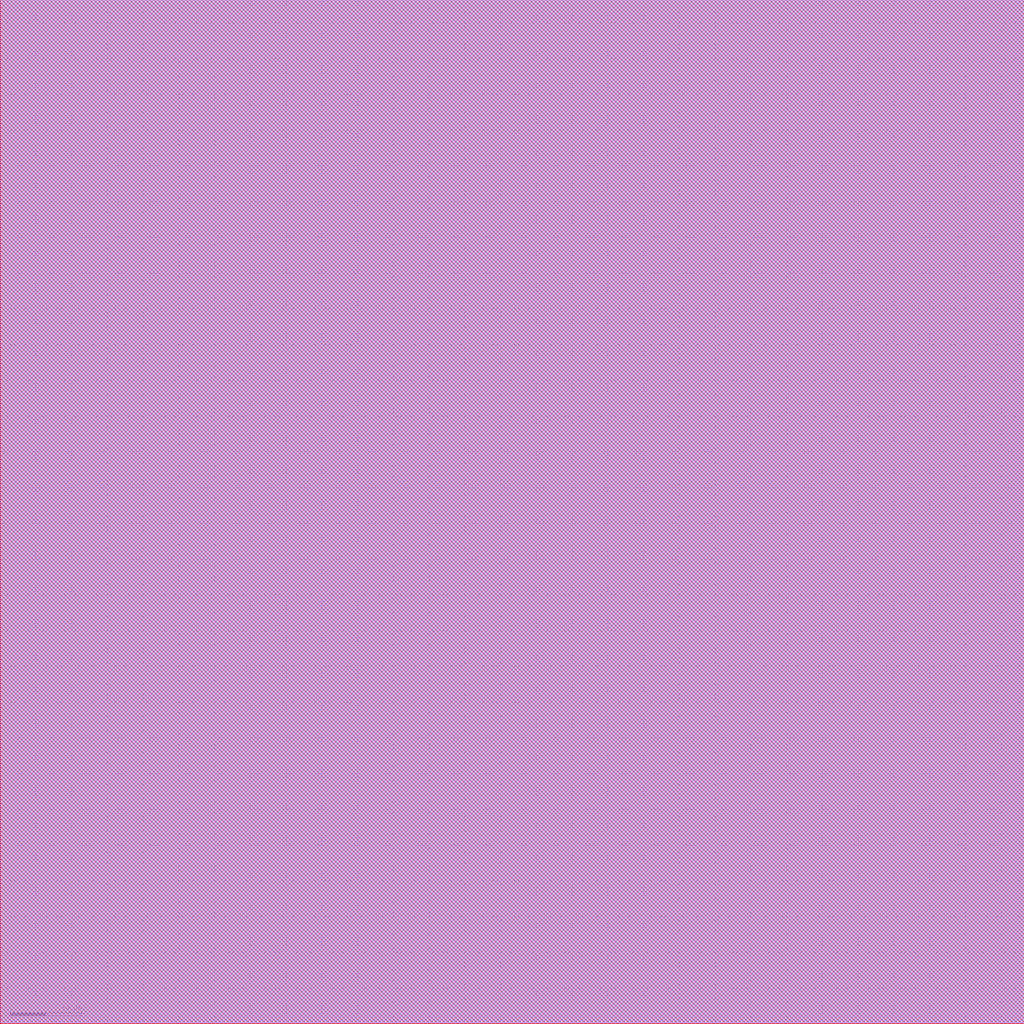
<source format=lef>
VERSION 5.7 ;
  NOWIREEXTENSIONATPIN ON ;
  DIVIDERCHAR "/" ;
  BUSBITCHARS "[]" ;
MACRO gf180mcu_ws_ip__logo
  CLASS BLOCK ;
  FOREIGN gf180mcu_ws_ip__logo ;
  ORIGIN 0.000 0.000 ;
  SIZE 143.25 BY 143.25 ;
  OBS
      LAYER Metal1 ;
        RECT 0.0 0.0 143.25 143.25 ;
      LAYER Metal2 ;
        RECT 0.0 0.0 143.25 143.25 ;
      LAYER Metal3 ;
        RECT 0.0 0.0 143.25 143.25 ;
      LAYER Metal4 ;
        RECT 0.0 0.0 143.25 143.25 ;
      LAYER Metal5 ;
        RECT 0.0 0.0 143.25 143.25 ;
  END
END gf180mcu_ws_ip__logo
END LIBRARY


</source>
